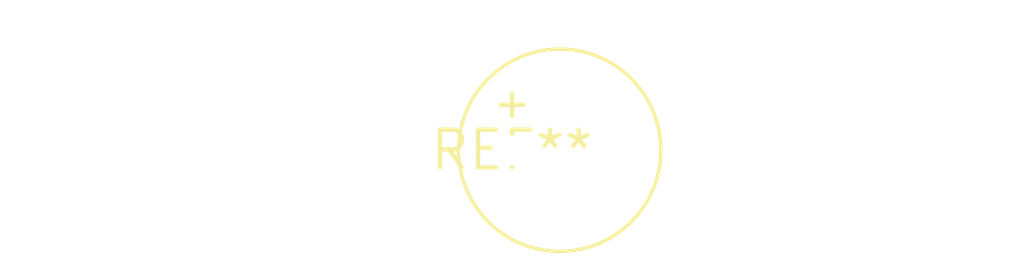
<source format=kicad_pcb>
(kicad_pcb (version 20240108) (generator pcbnew)
  (layers (0 "F.Cu" signal) (31 "B.Cu" signal) (34 "B.Paste" user) (35 "F.Paste" user) (36 "B.SilkS" user "B.Silkscreen") (37 "F.SilkS" user "F.Silkscreen") (38 "B.Mask" user) (39 "F.Mask" user) (44 "Edge.Cuts" user))
  (net 0 "")
  (footprint "MagneticBuzzer_Kingstate_KCG0601" (layer "F.Cu") (at 0 0)
    (property "Reference" "REF**")
    (property "Value" "MagneticBuzzer_Kingstate_KCG0601")
    (fp_circle (center 1.6 0) (end 5 0) (layer "F.SilkS") (stroke (width 0.12)) (fill none))
    (fp_text user "+" (at 0 -1.6 0) (layer "F.SilkS"))
    (pad "1" thru_hole rect (at 0 0) (size 1.6 1.6) (drill 1) (layers *.Cu *.Mask) (remove_unused_layers))
    (pad "2" thru_hole circle (at 3.2 0) (size 1.6 1.6) (drill 1) (layers *.Cu *.Mask) (remove_unused_layers))
  )
)
</source>
